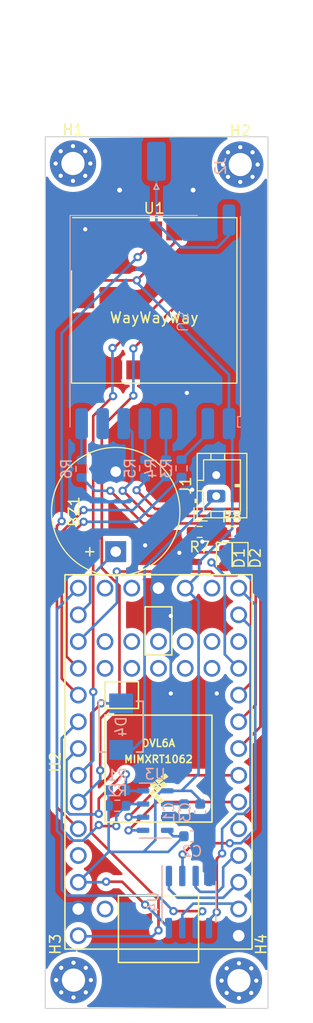
<source format=kicad_pcb>
(kicad_pcb (version 20240108) (generator "pcbnew") (generator_version "8.0")
  (title_block (title "YIPPEE (Schematic)") (rev "1.0") (company "Michael Karpov & Thomas McManamen"))
  (layers (0 "F.Cu" signal) (31 "B.Cu" signal) (34 "B.Paste" user) (35 "F.Paste" user) (36 "B.SilkS" user "B.Silkscreen") (37 "F.SilkS" user "F.Silkscreen") (38 "B.Mask" user) (39 "F.Mask" user) (44 "Edge.Cuts" user))
  (net 0 "")
  (net 1 "/BUZZER_SIG")
  (net 2 "GND")
  (net 3 "Net-(U3-CAP)")
  (net 4 "+3V3")
  (net 5 "Net-(D1-K)")
  (net 6 "/LED_B")
  (net 7 "Net-(D2-K)")
  (net 8 "/LED_G")
  (net 9 "/PWR_VIN")
  (net 10 "Net-(D4-A)")
  (net 11 "Net-(J2-In)")
  (net 12 "/I2C_SCL")
  (net 13 "/I2C_SDA")
  (net 14 "Net-(U5-TXD)")
  (net 15 "/LORA_RX")
  (net 16 "Net-(U5-RXD)")
  (net 17 "/LORA_TX")
  (net 18 "Net-(U5-~{CONFIG})")
  (net 19 "/LORA_CONFIG")
  (net 20 "Net-(U5-~{RESET})")
  (net 21 "/LORA_RESET")
  (net 27 "/GPS_RX")
  (net 28 "/GPS_TX")
  (net 29 "/GPS_RESET")
  (net 33 "/SPI_SCK")
  (net 35 "/SPI_MISO")
  (net 41 "/SPI_MOSI")
  (net 42 "/LORA_SLEEP")
  (net 43 "/MEM_CS")
  (net 54 "/BARO_INT2")
  (net 55 "/BARO_INT1")
  (net 56 "/MEM_WRITE_PROTECT")
  (net 57 "/MEM_HOLD")
  (footprint "MountingHole:MountingHole_2.2mm_M2_Pad_Via" (layer "F.Cu") (at 154.3568 141.3764)
    (property "Reference" "H4")
    (property "Value" "MountingHole_Pad")
  )
  (footprint "Buzzer_Beeper:Buzzer_12x9.5RM7.6" (layer "F.Cu") (at 142.6464 100.6248 90)
    (property "Reference" "BZ1")
    (property "Value" "WST-1210")
  )
  (footprint "MountingHole:MountingHole_2.2mm_M2_Pad_Via" (layer "F.Cu") (at 138.584074 63.755674)
    (property "Reference" "H1")
    (property "Value" "MountingHole_Pad")
  )
  (footprint "MCU_Teensy:Teensy40" (layer "F.Cu") (at 146.7104 120.5992 90)
    (property "Reference" "U2")
    (property "Value" "Teensy4.0")
  )
  (footprint "RF_GPS:ublox_SAM-M8Q" (layer "F.Cu") (at 146.304 76.7588)
    (property "Reference" "U1")
    (property "Value" "SAM-M10Q")
  )
  (footprint "Resistor_SMD:R_0603_1608Metric" (layer "F.Cu") (at 150.622 98.7552 180)
    (property "Reference" "R7")
    (property "Value" "470")
  )
  (footprint "LED_SMD:LED_0603_1608Metric" (layer "F.Cu") (at 154.4828 101.2444 -90)
    (property "Reference" "D2")
    (property "Value" "LED_G")
  )
  (footprint "Resistor_SMD:R_0603_1608Metric" (layer "F.Cu") (at 153.67 98.7552)
    (property "Reference" "R8")
    (property "Value" "470")
  )
  (footprint "MountingHole:MountingHole_2.2mm_M2_Pad_Via" (layer "F.Cu") (at 138.634874 141.323926)
    (property "Reference" "H3")
    (property "Value" "MountingHole_Pad")
  )
  (footprint "LED_SMD:LED_0603_1608Metric" (layer "F.Cu") (at 152.9588 101.2444 -90)
    (property "Reference" "D1")
    (property "Value" "LED_B")
  )
  (footprint "MountingHole:MountingHole_2.2mm_M2_Pad_Via" (layer "F.Cu") (at 154.4828 63.8556)
    (property "Reference" "H2")
    (property "Value" "MountingHole_Pad")
  )
  (footprint "Connector_JST:JST_PH_B2B-PH-K_1x02_P2.00mm_Vertical" (layer "F.Cu") (at 152.1968 95.3516 90)
    (property "Reference" "J1")
    (property "Value" "Conn_01x02")
  )
  (footprint "Package_LGA:NXP_LGA-8_3x5mm_P1.25mm_H1.1mm" (layer "B.Cu") (at 146.3926 125.222 180)
    (property "Reference" "U3")
    (property "Value" "MPL3115A2")
  )
  (footprint "Capacitor_SMD:C_0603_1608Metric" (layer "B.Cu") (at 149.8978 127.6604)
    (property "Reference" "C2")
    (property "Value" "10 μF")
  )
  (footprint "Resistor_SMD:R_0603_1608Metric" (layer "B.Cu") (at 145.4404 92.71 -90)
    (property "Reference" "R5")
    (property "Value" "22Ω")
  )
  (footprint "Resistor_SMD:R_0603_1608Metric" (layer "B.Cu") (at 139.3952 92.7608 -90)
    (property "Reference" "R6")
    (property "Value" "22Ω")
  )
  (footprint "Package_SO:SOIC-8_3.9x4.9mm_P1.27mm" (layer "B.Cu") (at 149.606 133.9088 -90)
    (property "Reference" "U4")
    (property "Value" "SST26VF040A-104I/SN")
  )
  (footprint "Resistor_SMD:R_0603_1608Metric" (layer "B.Cu") (at 147.4216 92.71 -90)
    (property "Reference" "R4")
    (property "Value" "22Ω")
  )
  (footprint "Capacitor_SMD:C_0603_1608Metric" (layer "B.Cu") (at 149.1358 125.3744 -90)
    (property "Reference" "C1")
    (property "Value" "100 nF")
  )
  (footprint "Capacitor_SMD:C_0603_1608Metric" (layer "B.Cu") (at 150.6728 125.3744 -90)
    (property "Reference" "C3")
    (property "Value" "100 nF")
  )
  (footprint "Resistor_SMD:R_0603_1608Metric" (layer "B.Cu") (at 148.8948 92.71 -90)
    (property "Reference" "R3")
    (property "Value" "22Ω")
  )
  (footprint "Connector_Coaxial:SMA_Molex_73251-2120_EdgeMount_Horizontal" (layer "B.Cu") (at 146.5072 63.2996 90)
    (property "Reference" "J2")
    (property "Value" "Conn_Coaxial")
  )
  (footprint "Resistor_SMD:R_0603_1608Metric" (layer "B.Cu") (at 142.7988 124.7648 180)
    (property "Reference" "R2")
    (property "Value" "4.7kΩ")
  )
  (footprint "RF_Module_Hope:HM-TRLR-S-xxx" (layer "B.Cu") (at 146.4056 78.7908 90)
    (property "Reference" "U5")
    (property "Value" "HM-TRLR-S-433")
  )
  (footprint "Passives_import:DO-214BA_MCH" (layer "B.Cu") (at 143.1544 117.2464 -90)
    (property "Reference" "D4")
    (property "Value" "LSM115JE3/TR13")
  )
  (footprint "Resistor_SMD:R_0603_1608Metric" (layer "B.Cu") (at 142.7988 123.2916 180)
    (property "Reference" "R1")
    (property "Value" "4.7kΩ")
  )
  (gr_rect (start 135.9506 61.214) (end 157.1146 144.018) (stroke (width 0.1)) (fill none) (layer "Edge.Cuts"))
  (gr_text "WayWayWay" (at 141.986 78.994 0) (layer "F.SilkS") (effects (font (size 1 1)) (justify left bottom)))
  (segment (start 140.2154 105.5042) (end 140.2154 103.0558) (width 0.25) (layer "B.Cu") (net 1))
  (segment (start 140.2154 103.0558) (end 142.6464 100.6248) (width 0.25) (layer "B.Cu") (net 1))
  (segment (start 139.0904 106.6292) (end 140.2154 105.5042) (width 0.25) (layer "B.Cu") (net 1))
  (segment (start 151.447 98.7552) (end 152.845 98.7552) (width 0.25) (layer "F.Cu") (net 2))
  (segment (start 150.104 70.1588) (end 151.0792 69.1836) (width 0.25) (layer "F.Cu") (net 2))
  (segment (start 151.87 93.0248) (end 152.1968 93.3516) (width 0.25) (layer "F.Cu") (net 2))
  (segment (start 142.504 70.1588) (end 142.0368 69.6916) (width 0.25) (layer "F.Cu") (net 2))
  (segment (start 152.1968 88.3412) (end 152.1968 93.3516) (width 0.25) (layer "F.Cu") (net 2))
  (segment (start 147.8788 114.0968) (end 152.2476 114.0968) (width 0.25) (layer "F.Cu") (net 2))
  (segment (start 149.4028 85.5472) (end 152.1968 88.3412) (width 0.25) (layer "F.Cu") (net 2))
  (segment (start 146.7104 105.5624) (end 147.8788 106.7308) (width 0.25) (layer "F.Cu") (net 2))
  (segment (start 142.6464 93.0248) (end 151.87 93.0248) (width 0.25) (layer "F.Cu") (net 2))
  (segment (start 146.7104 104.0892) (end 146.7104 105.5624) (width 0.25) (layer "F.Cu") (net 2))
  (segment (start 139.704 78.6588) (end 139.704 80.5588) (width 0.25) (layer "F.Cu") (net 2))
  (segment (start 142.0368 63.9725) (end 142.4597 63.5496) (width 0.25) (layer "F.Cu") (net 2))
  (segment (start 150.104 83.3588) (end 150.104 84.846) (width 0.25) (layer "F.Cu") (net 2))
  (segment (start 151.0792 64.0741) (end 150.5547 63.5496) (width 0.25) (layer "F.Cu") (net 2))
  (segment (start 150.104 84.846) (end 149.4028 85.5472) (width 0.25) (layer "F.Cu") (net 2))
  (via (at 147.8788 106.7308) (size 0.8) (drill 0.4) (layers "F.Cu" "B.Cu") (net 2))
  (via (at 148.6916 100.7364) (size 0.8) (drill 0.4) (layers "F.Cu" "B.Cu") (net 2))
  (via (at 147.8788 114.0968) (size 0.8) (drill 0.4) (layers "F.Cu" "B.Cu") (net 2))
  (via (at 149.9108 94.742) (size 0.8) (drill 0.4) (layers "F.Cu" "B.Cu") (net 2))
  (via (at 145.4404 100.0252) (size 0.8) (drill 0.4) (layers "F.Cu" "B.Cu") (net 2))
  (via (at 152.2476 114.0968) (size 0.8) (drill 0.4) (layers "F.Cu" "B.Cu") (net 2))
  (via (at 149.4028 85.5472) (size 0.8) (drill 0.4) (layers "F.Cu" "B.Cu") (net 2))
  (via (at 150.876 99.6696) (size 0.8) (drill 0.4) (layers "F.Cu" "B.Cu") (net 2))
  (via (at 139.7508 70.0024) (size 0.8) (drill 0.4) (layers "F.Cu" "B.Cu") (net 2))
  (segment (start 151.4056 69.1158) (end 151.0792 68.7894) (width 0.25) (layer "B.Cu") (net 2))
  (segment (start 151.511 131.4338) (end 151.0284 130.9512) (width 0.25) (layer "B.Cu") (net 2))
  (segment (start 145.4404 100.0252) (end 149.9108 95.5548) (width 0.25) (layer "B.Cu") (net 2))
  (segment (start 149.1358 126.1494) (end 150.6728 126.1494) (width 0.25) (layer "B.Cu") (net 2))
  (segment (start 149.9108 95.5548) (end 149.9108 94.742) (width 0.25) (layer "B.Cu") (net 2))
  (segment (start 151.0284 128.016) (end 150.6728 127.6604) (width 0.25) (layer "B.Cu") (net 2))
  (segment (start 147.845 126.1494) (end 147.5426 125.847) (width 0.25) (layer "B.Cu") (net 2))
  (segment (start 147.8788 106.7308) (end 147.8788 111.928591) (width 0.25) (layer "B.Cu") (net 2))
  (segment (start 151.0284 130.9512) (end 151.0284 128.016) (width 0.25) (layer "B.Cu") (net 2))
  (segment (start 149.4028 88.463) (end 149.4056 88.4658) (width 0.25) (layer "B.Cu") (net 2))
  (segment (start 151.0792 64.0741) (end 150.5547 63.5496) (width 0.25) (layer "B.Cu") (net 2))
  (segment (start 149.4028 85.5472) (end 149.4028 88.463) (width 0.25) (layer "B.Cu") (net 2))
  (segment (start 151.0792 68.7894) (end 151.0792 64.0741) (width 0.25) (layer "B.Cu") (net 2))
  (segment (start 150.6858 126.1364) (end 150.6728 126.1494) (width 0.25) (layer "B.Cu") (net 2))
  (segment (start 147.8788 111.928591) (end 147.8788 114.0968) (width 0.25) (layer "B.Cu") (net 2))
  (segment (start 149.1358 126.1494) (end 147.845 126.1494) (width 0.25) (layer "B.Cu") (net 2))
  (segment (start 150.6728 127.6604) (end 150.6728 126.1494) (width 0.25) (layer "B.Cu") (net 2))
  (segment (start 149.1358 124.5994) (end 147.545 124.5994) (width 0.25) (layer "B.Cu") (net 3))
  (segment (start 147.545 124.5994) (end 147.5426 124.597) (width 0.25) (layer "B.Cu") (net 3))
  (segment (start 143.256 131.9784) (end 141.732 131.9784) (width 0.25) (layer "F.Cu") (net 4))
  (segment (start 139.704 74.8588) (end 144.654 74.8588) (width 0.25) (layer "F.Cu") (net 4))
  (segment (start 144.654 74.8588) (end 148.204 71.3088) (width 0.25) (layer "F.Cu") (net 4))
  (segment (start 148.204 71.3088) (end 148.204 70.1588) (width 0.25) (layer "F.Cu") (net 4))
  (segment (start 145.4404 134.1628) (end 143.256 131.9784) (width 0.25) (layer "F.Cu") (net 4))
  (via (at 141.732 131.9784) (size 0.8) (drill 0.4) (layers "F.Cu" "B.Cu") (net 4))
  (via (at 145.4404 134.1628) (size 0.8) (drill 0.4) (layers "F.Cu" "B.Cu") (net 4))
  (via (at 144.654 74.8588) (size 0.8) (drill 0.4) (layers "F.Cu" "B.Cu") (net 4))
  (segment (start 144.654 74.8588) (end 144.654 75.058) (width 0.25) (layer "B.Cu") (net 4))
  (segment (start 149.8046 123.347) (end 148.8948 123.347) (width 0.25) (layer "B.Cu") (net 4))
  (segment (start 150.5204 121.7214) (end 148.8948 123.347) (width 0.25) (layer "B.Cu") (net 4))
  (segment (start 147.6374 129.1458) (end 145.288 129.1458) (width 0.25) (layer "B.Cu") (net 4))
  (segment (start 149.2504 104.0892) (end 150.5204 105.3592) (width 0.25) (layer "B.Cu") (net 4))
  (segment (start 153.7208 98.4504) (end 150.5712 101.6) (width 0.25) (layer "B.Cu") (net 4))
  (segment (start 145.48 134.1628) (end 145.4404 134.1628) (width 0.25) (layer "B.Cu") (net 4))
  (segment (start 153.4056 83.8096) (end 153.4056 88.4658) (width 0.25) (layer "B.Cu") (net 4))
  (segment (start 150.6728 124.5994) (end 150.6728 124.206) (width 0.25) (layer "B.Cu") (net 4))
  (segment (start 147.701 136.3838) (end 145.48 134.1628) (width 0.25) (layer "B.Cu") (net 4))
  (segment (start 141.732 131.9784) (end 141.6812 132.0292) (width 0.25) (layer "B.Cu") (net 4))
  (segment (start 146.4056 128.0282) (end 145.288 129.1458) (width 0.25) (layer "B.Cu") (net 4))
  (segment (start 144.654 75.058) (end 153.4056 83.8096) (width 0.25) (layer "B.Cu") (net 4))
  (segment (start 153.7208 88.781) (end 153.7208 98.4504) (width 0.25) (layer "B.Cu") (net 4))
  (segment (start 150.5712 102.7684) (end 149.2504 104.0892) (width 0.25) (layer "B.Cu") (net 4))
  (segment (start 146.4056 123.952) (end 146.4056 128.0282) (width 0.25) (layer "B.Cu") (net 4))
  (segment (start 141.9738 123.2916) (end 141.9738 124.7648) (width 0.25) (layer "B.Cu") (net 4))
  (segment (start 149.1228 127.6604) (end 147.6374 129.1458) (width 0.25) (layer "B.Cu") (net 4))
  (segment (start 150.5712 101.6) (end 150.5712 102.7684) (width 0.25) (layer "B.Cu") (net 4))
  (segment (start 147.0106 123.347) (end 146.4056 123.952) (width 0.25) (layer "B.Cu") (net 4))
  (segment (start 141.6812 132.0292) (end 139.0904 132.0292) (width 0.25) (layer "B.Cu") (net 4))
  (segment (start 150.6728 124.206) (end 149.8092 123.3424) (width 0.25) (layer "B.Cu") (net 4))
  (segment (start 147.5426 123.347) (end 147.0106 123.347) (width 0.25) (layer "B.Cu") (net 4))
  (segment (start 139.0904 132.0292) (end 141.9738 129.1458) (width 0.25) (layer "B.Cu") (net 4))
  (segment (start 141.9738 129.1458) (end 141.9738 124.7648) (width 0.25) (layer "B.Cu") (net 4))
  (segment (start 153.4056 88.4658) (end 153.7208 88.781) (width 0.25) (layer "B.Cu") (net 4))
  (segment (start 149.8092 123.3424) (end 149.8046 123.347) (width 0.25) (layer "B.Cu") (net 4))
  (segment (start 149.1228 127.6604) (end 148.106 127.6604) (width 0.25) (layer "B.Cu") (net 4))
  (segment (start 148.106 127.6604) (end 147.5426 127.097) (width 0.25) (layer "B.Cu") (net 4))
  (segment (start 150.5204 105.3592) (end 150.5204 121.7214) (width 0.25) (layer "B.Cu") (net 4))
  (segment (start 148.8948 123.347) (end 147.5426 123.347) (width 0.25) (layer "B.Cu") (net 4))
  (segment (start 145.288 129.1458) (end 141.9738 129.1458) (width 0.25) (layer "B.Cu") (net 4))
  (segment (start 152.9588 100.4569) (end 152.7301 100.6856) (width 0.25) (layer "F.Cu") (net 5))
  (segment (start 150.368 100.6856) (end 149.797 100.1146) (width 0.25) (layer "F.Cu") (net 5))
  (segment (start 152.7301 100.6856) (end 150.368 100.6856) (width 0.25) (layer "F.Cu") (net 5))
  (segment (start 149.797 100.1146) (end 149.797 98.7552) (width 0.25) (layer "F.Cu") (net 5))
  (segment (start 151.7396 101.6508) (end 152.1207 102.0319) (width 0.25) (layer "F.Cu") (net 6))
  (segment (start 152.1207 102.0319) (end 152.9588 102.0319) (width 0.25) (layer "F.Cu") (net 6))
  (via (at 151.7396 101.6508) (size 0.8) (drill 0.4) (layers "F.Cu" "B.Cu") (net 6))
  (segment (start 153.0096 102.9208) (end 153.0096 110.3884) (width 0.25) (layer "B.Cu") (net 6))
  (segment (start 151.7396 101.6508) (end 153.0096 102.9208) (width 0.25) (layer "B.Cu") (net 6))
  (segment (start 153.0096 110.3884) (end 154.3304 111.7092) (width 0.25) (layer "B.Cu") (net 6))
  (segment (start 154.4828 98.7674) (end 154.495 98.7552) (width 0.25) (layer "F.Cu") (net 7))
  (segment (start 154.4828 100.4569) (end 154.4828 98.7674) (width 0.25) (layer "F.Cu") (net 7))
  (segment (start 154.4828 102.5144) (end 154.4828 102.0319) (width 0.25) (layer "F.Cu") (net 8))
  (segment (start 151.6888 102.5144) (end 152.0444 102.87) (width 0.25) (layer "F.Cu") (net 8))
  (segment (start 142.748 102.5144) (end 151.6888 102.5144) (width 0.25) (layer "F.Cu") (net 8))
  (segment (start 152.0444 102.87) (end 154.1272 102.87) (width 0.25) (layer "F.Cu") (net 8))
  (segment (start 154.1272 102.87) (end 154.4828 102.5144) (width 0.25) (layer "F.Cu") (net 8))
  (via (at 142.748 102.5144) (size 0.8) (drill 0.4) (layers "F.Cu" "B.Cu") (net 8))
  (segment (start 142.748 102.5144) (end 142.748 103.905809) (width 0.25) (layer "B.Cu") (net 8))
  (segment (start 142.7554 105.5042) (end 139.0904 109.1692) (width 0.25) (layer "B.Cu") (net 8))
  (segment (start 142.7554 103.913209) (end 142.7554 105.5042) (width 0.25) (layer "B.Cu") (net 8))
  (segment (start 142.748 103.905809) (end 142.7554 103.913209) (width 0.25) (layer "B.Cu") (net 8))
  (segment (start 140.3096 116.0018) (end 141.2748 115.0366) (width 0.25) (layer "F.Cu") (net 9))
  (segment (start 146.7104 136.6012) (end 146.7104 133.7056) (width 0.25) (layer "F.Cu") (net 9))
  (segment (start 140.3096 127.3048) (end 140.3096 116.0018) (width 0.25) (layer "F.Cu") (net 9))
  (segment (start 146.7104 133.7056) (end 140.3096 127.3048) (width 0.25) (layer "F.Cu") (net 9))
  (via (at 146.7104 136.6012) (size 0.8) (drill 0.4) (layers "F.Cu" "B.Cu") (net 9))
  (via (at 141.2748 115.0366) (size 0.8) (drill 0.4) (layers "F.Cu" "B.Cu") (net 9))
  (segment (start 141.2748 115.0366) (end 143.1544 115.0366) (width 0.25) (layer "B.Cu") (net 9))
  (segment (start 139.1412 137.16) (end 139.0904 137.1092) (width 0.25) (layer "B.Cu") (net 9))
  (segment (start 146.7104 136.6012) (end 146.1516 137.16) (width 0.25) (layer "B.Cu") (net 9))
  (segment (start 146.1516 137.16) (end 139.1412 137.16) (width 0.25) (layer "B.Cu") (net 9))
  (segment (start 145.3896 118.324878) (end 144.258278 119.4562) (width 0.25) (layer "B.Cu") (net 10))
  (segment (start 144.258278 119.4562) (end 143.1544 119.4562) (width 0.25) (layer "B.Cu") (net 10))
  (segment (start 145.3896 102.1588) (end 145.3896 118.324878) (width 0.25) (layer "B.Cu") (net 10))
  (segment (start 152.1968 95.3516) (end 145.3896 102.1588) (width 0.25) (layer "B.Cu") (net 10))
  (segment (start 146.5072 69.3928) (end 146.5072 63.5496) (width 0.25) (layer "B.Cu") (net 11))
  (segment (start 152.2984 71.7296) (end 148.844 71.7296) (width 0.25) (layer "B.Cu") (net 11))
  (segment (start 148.844 71.7296) (end 146.5072 69.3928) (width 0.25) (layer "B.Cu") (net 11))
  (segment (start 153.4056 70.6224) (end 152.2984 71.7296) (width 0.25) (layer "B.Cu") (net 11))
  (segment (start 153.4056 69.1158) (end 153.4056 68.0616) (width 0.25) (layer "B.Cu") (net 11))
  (segment (start 153.4056 69.1158) (end 153.4056 70.6224) (width 0.25) (layer "B.Cu") (net 11))
  (segment (start 141.0341 124.086834) (end 143.353334 121.7676) (width 0.25) (layer "F.Cu") (net 12))
  (segment (start 143.353334 121.7676) (end 143.6116 121.7676) (width 0.25) (layer "F.Cu") (net 12))
  (segment (start 141.0341 125.5268) (end 141.0341 124.086834) (width 0.25) (layer "F.Cu") (net 12))
  (via (at 141.0341 125.5268) (size 0.8) (drill 0.4) (layers "F.Cu" "B.Cu") (net 12))
  (via (at 143.6116 121.7676) (size 0.8) (drill 0.4) (layers "F.Cu" "B.Cu") (net 12))
  (segment (start 140.9833 125.5776) (end 138.2776 125.5776) (width 0.25) (layer "B.Cu") (net 12))
  (segment (start 145.2426 123.347) (end 143.6792 123.347) (width 0.25) (layer "B.Cu") (net 12))
  (segment (start 143.6116 123.2794) (end 143.6238 123.2916) (width 0.25) (layer "B.Cu") (net 12))
  (segment (start 137.9654 125.2654) (end 137.9654 120.4542) (width 0.25) (layer "B.Cu") (net 12))
  (segment (start 138.2776 125.5776) (end 137.9654 125.2654) (width 0.25) (layer "B.Cu") (net 12))
  (segment (start 141.0341 125.5268) (end 140.9833 125.5776) (width 0.25) (layer "B.Cu") (net 12))
  (segment (start 143.6116 121.7676) (end 143.6116 123.2794) (width 0.25) (layer "B.Cu") (net 12))
  (segment (start 137.9654 120.4542) (end 139.0904 119.3292) (width 0.25) (layer "B.Cu") (net 12))
  (segment (start 143.6792 123.347) (end 143.6238 123.2916) (width 0.25) (layer "B.Cu") (net 12))
  (segment (start 141.1357 126.6952) (end 141.0341 126.5936) (width 0.25) (layer "F.Cu") (net 13))
  (segment (start 142.6983 126.6952) (end 141.1357 126.6952) (width 0.25) (layer "F.Cu") (net 13))
  (via (at 142.6983 126.6952) (size 0.8) (drill 0.4) (layers "F.Cu" "B.Cu") (net 13))
  (via (at 141.0341 126.5936) (size 0.8) (drill 0.4) (layers "F.Cu" "B.Cu") (net 13))
  (segment (start 141.0341 126.5936) (end 141.0341 126.596491) (width 0.25) (layer "B.Cu") (net 13))
  (segment (start 139.556391 128.0742) (end 138.624409 128.0742) (width 0.25) (layer "B.Cu") (net 13))
  (segment (start 141.0341 126.596491) (end 139.556391 128.0742) (width 0.25) (layer "B.Cu") (net 13))
  (segment (start 142.6983 125.6903) (end 143.6238 124.7648) (width 0.25) (layer "B.Cu") (net 13))
  (segment (start 138.624409 128.0742) (end 137.5154 126.965191) (width 0.25) (layer "B.Cu") (net 13))
  (segment (start 143.7916 124.597) (end 143.6238 124.7648) (width 0.25) (layer "B.Cu") (net 13))
  (segment (start 137.5154 126.965191) (end 137.5154 118.3642) (width 0.25) (layer "B.Cu") (net 13))
  (segment (start 142.6983 126.6952) (end 142.6983 125.6903) (width 0.25) (layer "B.Cu") (net 13))
  (segment (start 145.2426 124.597) (end 143.7916 124.597) (width 0.25) (layer "B.Cu") (net 13))
  (segment (start 137.5154 118.3642) (end 139.0904 116.7892) (width 0.25) (layer "B.Cu") (net 13))
  (segment (start 151.4056 89.3742) (end 151.4056 88.4658) (width 0.25) (layer "B.Cu") (net 14))
  (segment (start 148.8948 91.885) (end 151.4056 89.3742) (width 0.25) (layer "B.Cu") (net 14))
  (segment (start 137.9654 110.5842) (end 137.9654 99.423) (width 0.25) (layer "F.Cu") (net 15))
  (segment (start 139.0904 111.7092) (end 137.9654 110.5842) (width 0.25) (layer "F.Cu") (net 15))
  (segment (start 137.9654 99.423) (end 139.5984 97.79) (width 0.25) (layer "F.Cu") (net 15))
  (via (at 139.5984 97.79) (size 0.8) (drill 0.4) (layers "F.Cu" "B.Cu") (net 15))
  (segment (start 144.6398 97.79) (end 148.8948 93.535) (width 0.25) (layer "B.Cu") (net 15))
  (segment (start 139.5984 97.79) (end 144.6398 97.79) (width 0.25) (layer "B.Cu") (net 15))
  (segment (start 147.4216 88.4818) (end 147.4056 88.4658) (width 0.25) (layer "B.Cu") (net 16))
  (segment (start 147.4216 91.885) (end 147.4216 88.4818) (width 0.25) (layer "B.Cu") (net 16))
  (segment (start 137.5154 98.7554) (end 139.5984 96.6724) (width 0.25) (layer "F.Cu") (net 17))
  (segment (start 139.0904 114.2492) (end 137.5154 112.6742) (width 0.25) (layer "F.Cu") (net 17))
  (segment (start 137.5154 112.6742) (end 137.5154 98.7554) (width 0.25) (layer "F.Cu") (net 17))
  (via (at 139.5984 96.6724) (size 0.8) (drill 0.4) (layers "F.Cu" "B.Cu") (net 17))
  (segment (start 144.2842 96.6724) (end 147.4216 93.535) (width 0.25) (layer "B.Cu") (net 17))
  (segment (start 139.5984 96.6724) (end 144.2842 96.6724) (width 0.25) (layer "B.Cu") (net 17))
  (segment (start 145.4404 88.5006) (end 145.4056 88.4658) (width 0.25) (layer "B.Cu") (net 18))
  (segment (start 145.4404 91.885) (end 145.4404 88.5006) (width 0.25) (layer "B.Cu") (net 18))
  (segment (start 154.800854 96.5708) (end 146.4056 96.5708) (width 0.25) (layer "F.Cu") (net 19))
  (segment (start 156.3988 98.168746) (end 154.800854 96.5708) (width 0.25) (layer "F.Cu") (net 19))
  (segment (start 156.3988 117.2608) (end 156.3988 98.168746) (width 0.25) (layer "F.Cu") (net 19))
  (segment (start 154.3304 119.3292) (end 156.3988 117.2608) (width 0.25) (layer "F.Cu") (net 19))
  (segment (start 146.4056 96.5708) (end 144.6276 94.7928) (width 0.25) (layer "F.Cu") (net 19))
  (via (at 144.6276 94.7928) (size 0.8) (drill 0.4) (layers "F.Cu" "B.Cu") (net 19))
  (segment (start 144.6276 94.7928) (end 144.6276 94.742) (width 0.25) (layer "B.Cu") (net 19))
  (segment (start 144.6276 94.742) (end 145.4404 93.9292) (width 0.25) (layer "B.Cu") (net 19))
  (segment (start 145.4404 93.9292) (end 145.4404 93.535) (width 0.25) (layer "B.Cu") (net 19))
  (segment (start 139.3952 91.9358) (end 139.3952 88.4762) (width 0.25) (layer "B.Cu") (net 20))
  (segment (start 139.3952 88.4762) (end 139.4056 88.4658) (width 0.25) (layer "B.Cu") (net 20))
  (segment (start 145.2372 97.9424) (end 142.1384 94.8436) (width 0.25) (layer "F.Cu") (net 21))
  (segment (start 155.4988 98.541538) (end 154.899662 97.9424) (width 0.25) (layer "F.Cu") (net 21))
  (segment (start 154.3304 114.2492) (end 155.4988 113.0808) (width 0.25) (layer "F.Cu") (net 21))
  (segment (start 154.899662 97.9424) (end 145.2372 97.9424) (width 0.25) (layer "F.Cu") (net 21))
  (segment (start 155.4988 113.0808) (end 155.4988 98.541538) (width 0.25) (layer "F.Cu") (net 21))
  (via (at 142.1384 94.8436) (size 0.8) (drill 0.4) (layers "F.Cu" "B.Cu") (net 21))
  (segment (start 142.1384 94.8436) (end 140.653 94.8436) (width 0.25) (layer "B.Cu") (net 21))
  (segment (start 140.653 94.8436) (end 139.3952 93.5858) (width 0.25) (layer "B.Cu") (net 21))
  (segment (start 141.3214 88.8026) (end 141.3214 102.189209) (width 0.25) (layer "F.Cu") (net 27))
  (segment (start 141.1732 116.4844) (end 141.1732 121.412) (width 0.25) (layer "F.Cu") (net 27))
  (segment (start 141.3214 102.189209) (end 143.002 103.869809) (width 0.25) (layer "F.Cu") (net 27))
  (segment (start 143.002 114.6556) (end 141.1732 116.4844) (width 0.25) (layer "F.Cu") (net 27))
  (segment (start 143.002 103.869809) (end 143.002 114.6556) (width 0.25) (layer "F.Cu") (net 27))
  (segment (start 152.904 76.7588) (end 148.8948 76.7588) (width 0.25) (layer "F.Cu") (net 27))
  (segment (start 144.3228 85.8012) (end 141.3214 88.8026) (width 0.25) (layer "F.Cu") (net 27))
  (segment (start 148.8948 76.7588) (end 144.3228 81.3308) (width 0.25) (layer "F.Cu") (net 27))
  (via (at 144.3228 81.3308) (size 0.8) (drill 0.4) (layers "F.Cu" "B.Cu") (net 27))
  (via (at 141.1732 121.412) (size 0.8) (drill 0.4) (layers "F.Cu" "B.Cu") (net 27))
  (via (at 144.3228 85.8012) (size 0.8) (drill 0.4) (layers "F.Cu" "B.Cu") (net 27))
  (segment (start 141.1732 122.3264) (end 139.0904 124.4092) (width 0.25) (layer "B.Cu") (net 27))
  (segment (start 141.1732 121.412) (end 141.1732 122.3264) (width 0.25) (layer "B.Cu") (net 27))
  (segment (start 144.3228 81.3308) (end 144.3228 85.8012) (width 0.25) (layer "B.Cu") (net 27))
  (segment (start 140.5054 113.937) (end 140.5128 113.9444) (width 0.25) (layer "F.Cu") (net 28))
  (segment (start 142.3924 85.852) (end 140.5054 87.739) (width 0.25) (layer "F.Cu") (net 28))
  (segment (start 148.9152 74.8588) (end 152.904 74.8588) (width 0.25) (layer "F.Cu") (net 28))
  (segment (start 140.5054 87.739) (end 140.5054 113.937) (width 0.25) (layer "F.Cu") (net 28))
  (segment (start 142.3416 81.28) (end 142.494 81.28) (width 0.25) (layer "F.Cu") (net 28))
  (segment (start 142.494 81.28) (end 148.9152 74.8588) (width 0.25) (layer "F.Cu") (net 28))
  (via (at 142.3416 81.28) (size 0.8) (drill 0.4) (layers "F.Cu" "B.Cu") (net 28))
  (via (at 142.3924 85.852) (size 0.8) (drill 0.4) (layers "F.Cu" "B.Cu") (net 28))
  (via (at 140.5128 113.9444) (size 0.8) (drill 0.4) (layers "F.Cu" "B.Cu") (net 28))
  (segment (start 140.5128 120.4468) (end 139.0904 121.8692) (width 0.25) (layer "B.Cu") (net 28))
  (segment (start 140.5128 113.9444) (end 140.5128 120.4468) (width 0.25) (layer "B.Cu") (net 28))
  (segment (start 142.3416 81.28) (end 142.3306 81.291) (width 0.25) (layer "B.Cu") (net 28))
  (segment (start 142.3306 81.291) (end 142.3306 85.7902) (width 0.25) (layer "B.Cu") (net 28))
  (segment (start 142.3306 85.7902) (end 142.3924 85.852) (width 0.25) (layer "B.Cu") (net 28))
  (segment (start 146.304 71.0692) (end 144.7292 72.644) (width 0.25) (layer "F.Cu") (net 29))
  (segment (start 146.304 70.1588) (end 146.304 71.0692) (width 0.25) (layer "F.Cu") (net 29))
  (segment (start 137.0584 98.187802) (end 137.0584 124.9172) (width 0.25) (layer "F.Cu") (net 29))
  (segment (start 137.0584 124.9172) (end 139.0904 126.9492) (width 0.25) (layer "F.Cu") (net 29))
  (segment (start 137.511301 97.734901) (end 137.0584 98.187802) (width 0.25) (layer "F.Cu") (net 29))
  (via (at 137.511301 97.734901) (size 0.8) (drill 0.4) (layers "F.Cu" "B.Cu") (net 29))
  (via (at 144.7292 72.644) (size 0.8) (drill 0.4) (layers "F.Cu" "B.Cu") (net 29))
  (segment (start 137.511301 79.861899) (end 137.511301 97.734901) (width 0.25) (layer "B.Cu") (net 29))
  (segment (start 144.7292 72.644) (end 137.511301 79.861899) (width 0.25) (layer "B.Cu") (net 29))
  (segment (start 150.8627 134.7724) (end 150.876 134.7857) (width 0.25) (layer "F.Cu") (net 33))
  (segment (start 148.1328 134.7724) (end 150.8627 134.7724) (width 0.25) (layer "F.Cu") (net 33))
  (via (at 150.876 134.7857) (size 0.8) (drill 0.4) (layers "F.Cu" "B.Cu") (net 33))
  (via (at 148.1328 134.7724) (size 0.8) (drill 0.4) (layers "F.Cu" "B.Cu") (net 33))
  (segment (start 137.5156 132.7404) (end 137.5156 127.601787) (width 0.25) (layer "B.Cu") (net 33))
  (segment (start 150.241 135.4207) (end 150.241 136.3838) (width 0.25) (layer "B.Cu") (net 33))
  (segment (start 137.0654 127.151587) (end 137.0654 106.1142) (width 0.25) (layer "B.Cu") (net 33))
  (segment (start 137.5156 127.601787) (end 137.0654 127.151587) (width 0.25) (layer "B.Cu") (net 33))
  (segment (start 146.6596 133.2992) (end 138.0744 133.2992) (width 0.25) (layer "B.Cu") (net 33))
  (segment (start 137.0654 106.1142) (end 139.0904 104.0892) (width 0.25) (layer "B.Cu") (net 33))
  (segment (start 148.1328 134.7724) (end 146.6596 133.2992) (width 0.25) (layer "B.Cu") (net 33))
  (segment (start 138.0744 133.2992) (end 137.5156 132.7404) (width 0.25) (layer "B.Cu") (net 33))
  (segment (start 150.876 134.7857) (end 150.241 135.4207) (width 0.25) (layer "B.Cu") (net 33))
  (segment (start 150.241 137.033) (end 150.241 136.3838) (width 0.25) (layer "B.Cu") (net 33))
  (segment (start 150.0632 128.3208) (end 153.4801 128.3208) (width 0.25) (layer "F.Cu") (net 35))
  (segment (start 148.9964 129.3876) (end 150.0632 128.3208) (width 0.25) (layer "F.Cu") (net 35))
  (via (at 153.4801 128.3208) (size 0.8) (drill 0.4) (layers "F.Cu" "B.Cu") (net 35))
  (via (at 148.9964 129.3876) (size 0.8) (drill 0.4) (layers "F.Cu" "B.Cu") (net 35))
  (segment (start 154.549791 128.3208) (end 155.9054 126.965192) (width 0.25) (layer "B.Cu") (net 35))
  (segment (start 148.971 131.057049) (end 148.971 131.4338) (width 0.25) (layer "B.Cu") (net 35))
  (segment (start 148.9964 131.031649) (end 148.971 131.057049) (width 0.25) (layer "B.Cu") (net 35))
  (segment (start 155.9054 105.6642) (end 154.3304 104.0892) (width 0.25) (layer "B.Cu") (net 35))
  (segment (start 153.4801 128.3208) (end 154.549791 128.3208) (width 0.25) (layer "B.Cu") (net 35))
  (segment (start 148.971 131.4338) (end 148.971 130.615017) (width 0.25) (layer "B.Cu") (net 35))
  (segment (start 148.9964 129.3876) (end 148.9964 131.031649) (width 0.25) (layer "B.Cu") (net 35))
  (segment (start 155.9054 126.965192) (end 155.9054 105.6642) (width 0.25) (layer "B.Cu") (net 35))
  (segment (start 152.2476 129.794) (end 152.2476 134.874) (width 0.25) (layer "F.Cu") (net 41))
  (segment (start 152.7556 129.286) (end 152.2476 129.794) (width 0.25) (layer "F.Cu") (net 41))
  (via (at 152.2476 134.874) (size 0.8) (drill 0.4) (layers "F.Cu" "B.Cu") (net 41))
  (via (at 152.7556 129.286) (size 0.8) (drill 0.4) (layers "F.Cu" "B.Cu") (net 41))
  (segment (start 152.7556 129.286) (end 152.7556 126.933009) (width 0.25) (layer "B.Cu") (net 41))
  (segment (start 151.511 135.6106) (end 152.2476 134.874) (width 0.25) (layer "B.Cu") (net 41))
  (segment (start 155.4554 124.875191) (end 155.4554 107.7542) (width 0.25) (layer "B.Cu") (net 41))
  (segment (start 155.4554 107.7542) (end 154.3304 106.6292) (width 0.25) (layer "B.Cu") (net 41))
  (segment (start 151.511 136.3838) (end 151.511 135.6106) (width 0.25) (layer "B.Cu") (net 41))
  (segment (start 154.796391 125.5342) (end 155.4554 124.875191) (width 0.25) (layer "B.Cu") (net 41))
  (segment (start 154.154409 125.5342) (end 154.796391 125.5342) (width 0.25) (layer "B.Cu") (net 41))
  (segment (start 152.7556 126.933009) (end 154.154409 125.5342) (width 0.25) (layer "B.Cu") (net 41))
  (segment (start 145.7452 97.2312) (end 154.824858 97.2312) (width 0.25) (layer "F.Cu") (net 42))
  (segment (start 154.824858 97.2312) (end 155.9488 98.355142) (width 0.25) (layer "F.Cu") (net 42))
  (segment (start 155.9488 115.1708) (end 154.3304 116.7892) (width 0.25) (layer "F.Cu") (net 42))
  (segment (start 143.3068 94.8436) (end 143.3576 94.8436) (width 0.25) (layer "F.Cu") (net 42))
  (segment (start 155.9488 98.355142) (end 155.9488 115.1708) (width 0.25) (layer "F.Cu") (net 42))
  (segment (start 143.3576 94.8436) (end 145.7452 97.2312) (width 0.25) (layer "F.Cu") (net 42))
  (via (at 143.3068 94.8436) (size 0.8) (drill 0.4) (layers "F.Cu" "B.Cu") (net 42))
  (segment (start 144.2212 93.9292) (end 144.2212 89.2814) (width 0.25) (layer "B.Cu") (net 42))
  (segment (start 143.3068 94.8436) (end 144.2212 93.9292) (width 0.25) (layer "B.Cu") (net 42))
  (segment (start 144.2212 89.2814) (end 143.4056 88.4658) (width 0.25) (layer "B.Cu") (net 42))
  (segment (start 147.701 131.4338) (end 147.701 132.6642) (width 0.25) (layer "B.Cu") (net 43))
  (segment (start 147.701 132.6642) (end 148.5392 133.5024) (width 0.25) (layer "B.Cu") (net 43))
  (segment (start 152.8572 133.5024) (end 154.3304 132.0292) (width 0.25) (layer "B.Cu") (net 43))
  (segment (start 148.5392 133.5024) (end 152.8572 133.5024) (width 0.25) (layer "B.Cu") (net 43))
  (segment (start 143.8656 127.1016) (end 146.558 124.4092) (width 0.25) (layer "F.Cu") (net 54))
  (segment (start 146.558 124.4092) (end 154.3304 124.4092) (width 0.25) (layer "F.Cu") (net 54))
  (via (at 143.8656 127.1016) (size 0.8) (drill 0.4) (layers "F.Cu" "B.Cu") (net 54))
  (segment (start 145.2426 127.097) (end 143.8702 127.097) (width 0.25) (layer "B.Cu") (net 54))
  (segment (start 143.8702 127.097) (end 143.8656 127.1016) (width 0.25) (layer "B.Cu") (net 54))
  (segment (start 143.865948 125.838189) (end 147.834937 121.8692) (width 0.25) (layer "F.Cu") (net 55))
  (segment (start 147.834937 121.8692) (end 154.3304 121.8692) (width 0.25) (layer "F.Cu") (net 55))
  (via (at 143.865948 125.838189) (size 0.8) (drill 0.4) (layers "F.Cu" "B.Cu") (net 55))
  (segment (start 143.874759 125.847) (end 143.865948 125.838189) (width 0.25) (layer "B.Cu") (net 55))
  (segment (start 145.2426 125.847) (end 143.874759 125.847) (width 0.25) (layer "B.Cu") (net 55))
  (segment (start 150.6728 132.9436) (end 152.3492 132.9436) (width 0.25) (layer "B.Cu") (net 56))
  (segment (start 152.8572 130.6068) (end 153.9748 129.4892) (width 0.25) (layer "B.Cu") (net 56))
  (segment (start 152.3492 132.9436) (end 152.8572 132.4356) (width 0.25) (layer "B.Cu") (net 56))
  (segment (start 150.241 131.4338) (end 150.241 132.5118) (width 0.25) (layer "B.Cu") (net 56))
  (segment (start 152.8572 132.4356) (end 152.8572 130.6068) (width 0.25) (layer "B.Cu") (net 56))
  (segment (start 150.241 132.5118) (end 150.6728 132.9436) (width 0.25) (layer "B.Cu") (net 56))
  (segment (start 153.9748 129.4892) (end 154.3304 129.4892) (width 0.25) (layer "B.Cu") (net 56))
  (segment (start 148.971 135.1026) (end 150.0124 134.0612) (width 0.25) (layer "B.Cu") (net 57))
  (segment (start 153.8224 134.0612) (end 154.3304 134.5692) (width 0.25) (layer "B.Cu") (net 57))
  (segment (start 150.0124 134.0612) (end 153.8224 134.0612) (width 0.25) (layer "B.Cu") (net 57))
  (segment (start 148.971 136.3838) (end 148.971 135.1026) (width 0.25) (layer "B.Cu") (net 57))
  (zone (net 2) (net_name "GND") (layers "F&B.Cu") (name "GND Plane") (connect_pads yes (clearance 0.5)) (min_thickness 0.25) (fill yes (thermal_gap 0.5) (thermal_bridge_width 0.5))
    (polygon (pts (xy 135.9916 61.3664) (xy 157.0228 61.214) (xy 157.0736 144.018) (xy 135.9408 143.8656)))
  )
)
</source>
